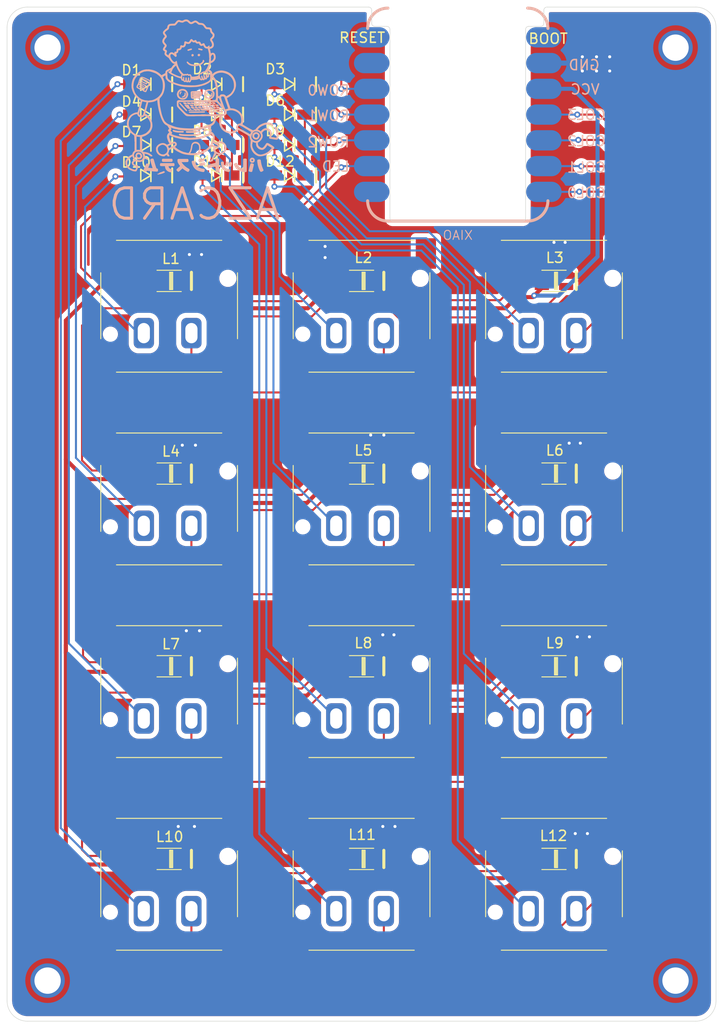
<source format=kicad_pcb>
(kicad_pcb (version 20221018) (generator pcbnew)
  (layers (0 "F.Cu" signal) (31 "B.Cu" signal) (34 "B.Paste" user) (35 "F.Paste" user) (36 "B.SilkS" user "B.Silkscreen") (37 "F.SilkS" user "F.Silkscreen") (38 "B.Mask" user) (39 "F.Mask" user) (44 "Edge.Cuts" user))
  (net 0 "")
  (net 1 "GND")
  (net 2 "VCC")
  (net 3 "RGB_LED")
  (net 4 "ROW0")
  (net 5 "ROW1")
  (net 6 "ROW2")
  (net 7 "COL0")
  (net 8 "COL1")
  (net 9 "COL2")
  (net 10 "COL3")
  (net 11 "IO")
  (footprint "original:Kailh_socket_PG1316S_my" (layer "F.Cu") (at 75.7 70.2)
    (fp_text reference "REF**" hide)
    (fp_text value "PG1316S" hide)
  )
  (footprint "Connector_PinHeader_2.54mm:PinHeader_1x01_P2.54mm_Vertical" (layer "F.Cu") (at 125.7 136.7 -90)
    (fp_text reference "REF**" hide)
    (fp_text value "hole" hide)
  )
  (footprint "original:D_smd" (layer "F.Cu") (at 80.4 48.3 180)
    (fp_text reference "D0" hide)
    (fp_text value "D" hide)
  )
  (footprint "original:Kailh_socket_PG1316S_my" (layer "F.Cu") (at 75.7 127.2)
    (fp_text reference "REF**" hide)
    (fp_text value "PG1316S" hide)
  )
  (footprint "original:WS2812C-2020" (layer "F.Cu") (at 94.7 67.7)
    (fp_text reference "LED" hide)
    (fp_text value "LED" hide)
  )
  (footprint "original:Kailh_socket_PG1316S_my" (layer "F.Cu") (at 113.7 108.2)
    (fp_text reference "REF**" hide)
    (fp_text value "PG1316S" hide)
  )
  (footprint "original:WS2812C-2020" (layer "F.Cu") (at 113.7 124.7)
    (fp_text reference "LED" hide)
    (fp_text value "LED" hide)
  )
  (footprint "original:D_smd" (layer "F.Cu") (at 80.4 54.3 180)
    (fp_text reference "D0" hide)
    (fp_text value "D" hide)
  )
  (footprint "original:Kailh_socket_PG1316S_my" (layer "F.Cu") (at 75.7 108.2)
    (fp_text reference "REF**" hide)
    (fp_text value "PG1316S" hide)
  )
  (footprint "original:D_smd" (layer "F.Cu") (at 80.4 51.3 180)
    (fp_text reference "D0" hide)
    (fp_text value "D" hide)
  )
  (footprint "original:WS2812C-2020" (layer "F.Cu") (at 113.7 105.7)
    (fp_text reference "LED" hide)
    (fp_text value "LED" hide)
  )
  (footprint "original:Kailh_socket_PG1316S_my" (layer "F.Cu") (at 113.7 127.2)
    (fp_text reference "REF**" hide)
    (fp_text value "PG1316S" hide)
  )
  (footprint "original:D_smd" (layer "F.Cu") (at 80.4 57.3 180)
    (fp_text reference "D0" hide)
    (fp_text value "D" hide)
  )
  (footprint "original:D_smd" (layer "F.Cu") (at 73.4 54.3 180)
    (fp_text reference "D0" hide)
    (fp_text value "D" hide)
  )
  (footprint "original:Kailh_socket_PG1316S_my" (layer "F.Cu") (at 94.7 89.2)
    (fp_text reference "REF**" hide)
    (fp_text value "PG1316S" hide)
  )
  (footprint "Connector_PinHeader_2.54mm:PinHeader_1x01_P2.54mm_Vertical" (layer "F.Cu") (at 63.7 44.7 -90)
    (fp_text reference "REF**" hide)
    (fp_text value "hole" hide)
  )
  (footprint "Connector_PinHeader_2.54mm:PinHeader_1x01_P2.54mm_Vertical" (layer "F.Cu") (at 63.7 136.7 -90)
    (fp_text reference "REF**" hide)
    (fp_text value "hole" hide)
  )
  (footprint "original:Kailh_socket_PG1316S_my" (layer "F.Cu") (at 113.7 89.2)
    (fp_text reference "REF**" hide)
    (fp_text value "PG1316S" hide)
  )
  (footprint "original:WS2812C-2020" (layer "F.Cu") (at 75.7 124.7)
    (fp_text reference "LED" hide)
    (fp_text value "LED" hide)
  )
  (footprint "original:Kailh_socket_PG1316S_my" (layer "F.Cu") (at 75.7 89.2)
    (fp_text reference "REF**" hide)
    (fp_text value "PG1316S" hide)
  )
  (footprint "original:WS2812C-2020" (layer "F.Cu") (at 75.7 86.7)
    (fp_text reference "LED" hide)
    (fp_text value "LED" hide)
  )
  (footprint "original:Kailh_socket_PG1316S_my" (layer "F.Cu") (at 113.7 70.2)
    (fp_text reference "REF**" hide)
    (fp_text value "PG1316S" hide)
  )
  (footprint "original:D_smd" (layer "F.Cu") (at 73.4 57.3 180)
    (fp_text reference "D0" hide)
    (fp_text value "D" hide)
  )
  (footprint "original:Kailh_socket_PG1316S_my" (layer "F.Cu") (at 94.7 127.2)
    (fp_text reference "REF**" hide)
    (fp_text value "PG1316S" hide)
  )
  (footprint "Connector_PinHeader_2.54mm:PinHeader_1x01_P2.54mm_Vertical" (layer "F.Cu") (at 125.7 44.7 -90)
    (fp_text reference "REF**" hide)
    (fp_text value "hole" hide)
  )
  (footprint "original:WS2812C-2020" (layer "F.Cu") (at 94.7 105.7)
    (fp_text reference "LED" hide)
    (fp_text value "LED" hide)
  )
  (footprint "original:WS2812C-2020" (layer "F.Cu") (at 113.7 86.7)
    (fp_text reference "LED" hide)
    (fp_text value "LED" hide)
  )
  (footprint "original:WS2812C-2020" (layer "F.Cu") (at 94.7 86.7)
    (fp_text reference "LED" hide)
    (fp_text value "LED" hide)
  )
  (footprint "original:WS2812C-2020" (layer "F.Cu") (at 113.7 67.7)
    (fp_text reference "LED" hide)
    (fp_text value "LED" hide)
  )
  (footprint "original:D_smd" (layer "F.Cu") (at 87.6 54.3 180)
    (fp_text reference "D0" hide)
    (fp_text value "D" hide)
  )
  (footprint "original:Kailh_socket_PG1316S_my" (layer "F.Cu") (at 94.7 108.2)
    (fp_text reference "REF**" hide)
    (fp_text value "PG1316S" hide)
  )
  (footprint "original:D_smd" (layer "F.Cu") (at 87.6 48.3 180)
    (fp_text reference "D0" hide)
    (fp_text value "D" hide)
  )
  (footprint "original:WS2812C-2020" (layer "F.Cu") (at 75.7 105.7)
    (fp_text reference "LED" hide)
    (fp_text value "LED" hide)
  )
  (footprint "original:D_smd" (layer "F.Cu") (at 73.4 48.3 180)
    (fp_text reference "D0" hide)
    (fp_text value "D" hide)
  )
  (footprint "original:WS2812C-2020" (layer "F.Cu") (at 94.7 124.7)
    (fp_text reference "LED" hide)
    (fp_text value "LED" hide)
  )
  (footprint "original:Kailh_socket_PG1316S_my" (layer "F.Cu") (at 94.7 70.2)
    (fp_text reference "REF**" hide)
    (fp_text value "PG1316S" hide)
  )
  (footprint "original:D_smd" (layer "F.Cu") (at 87.6 57.3 180)
    (fp_text reference "D0" hide)
    (fp_text value "D" hide)
  )
  (footprint "original:D_smd" (layer "F.Cu") (at 87.6 51.3 180)
    (fp_text reference "D0" hide)
    (fp_text value "D" hide)
  )
  (footprint "original:D_smd" (layer "F.Cu") (at 73.4 51.3 180)
    (fp_text reference "D0" hide)
    (fp_text value "D" hide)
  )
  (footprint "original:WS2812C-2020" (layer "F.Cu") (at 75.7 67.7)
    (fp_text reference "LED" hide)
    (fp_text value "LED" hide)
  )
  (footprint "aaaa:Seeeduino XIAO-MOUDLE14P-2.54-21X17.8MM" (layer "B.Cu") (at 104.2 51.3 180)
    (fp_text reference "XIAO")
    (fp_text value ">VALUE" hide)
  )
  (footprint "original:palette_system_lobo_18" (layer "B.Cu") (at 78.9 49.6 180)
    (fp_text reference "G***" hide)
    (fp_text value "LOGO" hide)
  )
  (gr_line (start 112.4 42.6) (end 111.2 42.6) (stroke (width 0.05)) (layer "Edge.Cuts"))
  (gr_arc (start 129.7 138.7) (mid 129.114214 140.114214) (end 127.7 140.7) (stroke (width 0.05)) (layer "Edge.Cuts"))
  (gr_line (start 59.7 42.7) (end 59.7 138.7) (stroke (width 0.05)) (layer "Edge.Cuts"))
  (gr_arc (start 61.7 140.7) (mid 60.285786 140.114214) (end 59.7 138.7) (stroke (width 0.05)) (layer "Edge.Cuts"))
  (gr_line (start 112.7 41) (end 112.7 42.3) (stroke (width 0.05)) (layer "Edge.Cuts"))
  (gr_arc (start 110.9 61.5) (mid 110.812132 61.712132) (end 110.6 61.8) (stroke (width 0.05)) (layer "Edge.Cuts"))
  (gr_arc (start 112.7 41) (mid 112.787868 40.787868) (end 113 40.7) (stroke (width 0.05)) (layer "Edge.Cuts"))
  (gr_arc (start 112.7 42.3) (mid 112.612132 42.512132) (end 112.4 42.6) (stroke (width 0.05)) (layer "Edge.Cuts"))
  (gr_arc (start 96 42.6) (mid 95.787868 42.512132) (end 95.7 42.3) (stroke (width 0.05)) (layer "Edge.Cuts"))
  (gr_line (start 61.7 140.7) (end 127.7 140.7) (stroke (width 0.05)) (layer "Edge.Cuts"))
  (gr_arc (start 59.7 42.7) (mid 60.285786 41.285786) (end 61.7 40.7) (stroke (width 0.05)) (layer "Edge.Cuts"))
  (gr_arc (start 97.8 61.8) (mid 97.587868 61.712132) (end 97.5 61.5) (stroke (width 0.05)) (layer "Edge.Cuts"))
  (gr_line (start 113 40.7) (end 127.7 40.7) (stroke (width 0.05)) (layer "Edge.Cuts"))
  (gr_arc (start 110.9 42.9) (mid 110.987868 42.687868) (end 111.2 42.6) (stroke (width 0.05)) (layer "Edge.Cuts"))
  (gr_line (start 129.7 42.7) (end 129.7 138.7) (stroke (width 0.05)) (layer "Edge.Cuts"))
  (gr_line (start 96 42.6) (end 97.2 42.6) (stroke (width 0.05)) (layer "Edge.Cuts"))
  (gr_line (start 97.8 61.8) (end 110.6 61.8) (stroke (width 0.05)) (layer "Edge.Cuts"))
  (gr_line (start 95.7 41) (end 95.7 42.3) (stroke (width 0.05)) (layer "Edge.Cuts"))
  (gr_line (start 61.7 40.7) (end 95.4 40.7) (stroke (width 0.05)) (layer "Edge.Cuts"))
  (gr_arc (start 127.7 40.7) (mid 129.114214 41.285786) (end 129.7 42.7) (stroke (width 0.05)) (layer "Edge.Cuts"))
  (gr_line (start 97.5 42.9) (end 97.5 61.5) (stroke (width 0.05)) (layer "Edge.Cuts"))
  (gr_arc (start 95.4 40.7) (mid 95.612132 40.787868) (end 95.7 41) (stroke (width 0.05)) (layer "Edge.Cuts"))
  (gr_arc (start 97.2 42.6) (mid 97.412132 42.687868) (end 97.5 42.9) (stroke (width 0.05)) (layer "Edge.Cuts"))
  (gr_line (start 110.9 61.5) (end 110.9 42.9) (stroke (width 0.05)) (layer "Edge.Cuts"))
  (gr_text "COL1" (at 118.9 57.1) (layer "B.SilkS") (effects (font (size 1 1)) (justify left bottom mirror)))
  (gr_text "COL0" (at 118.9 59.6) (layer "B.SilkS") (effects (font (size 1 1)) (justify left bottom mirror)))
  (gr_text "AZCARD" (at 86.9 61.9) (layer "B.SilkS") (effects (font (size 3 3) (thickness 0.3)) (justify left bottom mirror)))
  (gr_text "LED" (at 93.6 57) (layer "B.SilkS") (effects (font (size 1 1)) (justify left bottom mirror)))
  (gr_text "VCC" (at 118.3 49.4) (layer "B.SilkS") (effects (font (size 1 1)) (justify left bottom mirror)))
  (gr_text "COL3" (at 118.9 51.9) (layer "B.SilkS") (effects (font (size 1 1)) (justify left bottom mirror)))
  (gr_text "ROW1" (at 93.6 52) (layer "B.SilkS") (effects (font (size 1 1)) (justify left bottom mirror)))
  (gr_text "GND" (at 118.3 47) (layer "B.SilkS") (effects (font (size 1 1)) (justify left bottom mirror)))
  (gr_text "ROW0" (at 93.6 49.5) (layer "B.SilkS") (effects (font (size 1 1)) (justify left bottom mirror)))
  (gr_text "ROW2" (at 93.6 54.6) (layer "B.SilkS") (effects (font (size 1 1)) (justify left bottom mirror)))
  (gr_text "COL2" (at 118.9 54.5) (layer "B.SilkS") (effects (font (size 1 1)) (justify left bottom mirror)))
  (gr_text "D2" (at 77.9 47.4) (layer "F.SilkS") (effects (font (size 1 1)) (justify left bottom)))
  (gr_text "D11" (at 77.9 56.5) (layer "F.SilkS") (effects (font (size 1 1)) (justify left bottom)))
  (gr_text "L5" (at 93.9 85) (layer "F.SilkS") (effects (font (size 1 1)) (justify left bottom)))
  (gr_text "L10" (at 74.3 123.1) (layer "F.SilkS") (effects (font (size 1 1)) (justify left bottom)))
  (gr_text "D7" (at 70.9 53.6) (layer "F.SilkS") (effects (font (size 1 1)) (justify left bottom)))
  (gr_text "D1" (at 70.9 47.5) (layer "F.SilkS") (effects (font (size 1 1)) (justify left bottom)))
  (gr_text "L1" (at 74.9 66.1) (layer "F.SilkS") (effects (font (size 1 1)) (justify left bottom)))
  (gr_text "L8" (at 93.9 104) (layer "F.SilkS") (effects (font (size 1 1)) (justify left bottom)))
  (gr_text "L2" (at 93.9 66) (layer "F.SilkS") (effects (font (size 1 1)) (justify left bottom)))
  (gr_text "D10" (at 70.9 56.6) (layer "F.SilkS") (effects (font (size 1 1)) (justify left bottom)))
  (gr_text "L9" (at 112.8 104) (layer "F.SilkS") (effects (font (size 1 1)) (justify left bottom)))
  (gr_text "L6" (at 112.8 85) (layer "F.SilkS") (effects (font (size 1 1)) (justify left bottom)))
  (gr_text "L11" (at 93.3 122.9) (layer "F.SilkS") (effects (font (size 1 1)) (justify left bottom)))
  (gr_text "BOOT" (at 111.1 44.4) (layer "F.SilkS") (effects (font (size 1 1)) (justify left bottom)))
  (gr_text "L12" (at 112.2 123) (layer "F.SilkS") (effects (font (size 1 1)) (justify left bottom)))
  (gr_text "D6" (at 85.1 50.5) (layer "F.SilkS") (effects (font (size 1 1)) (justify left bottom)))
  (gr_text "D9" (at 85.1 53.5) (layer "F.SilkS") (effects (font (size 1 1)) (justify left bottom)))
  (gr_text "D8" (at 77.9 53.5) (layer "F.SilkS") (effects (font (size 1 1)) (justify left bottom)))
  (gr_text "D4" (at 70.9 50.6) (layer "F.SilkS") (effects (font (size 1 1)) (justify left bottom)))
  (gr_text "L3" (at 112.8 66) (layer "F.SilkS") (effects (font (size 1 1)) (justify left bottom)))
  (gr_text "L7" (at 74.9 104.1) (layer "F.SilkS") (effects (font (size 1 1)) (justify left bottom)))
  (gr_text "RESET" (at 92.4 44.3) (layer "F.SilkS") (effects (font (size 1 1)) (justify left bottom)))
  (gr_text "D5" (at 77.9 50.5) (layer "F.SilkS") (effects (font (size 1 1)) (justify left bottom)))
  (gr_text "L4" (at 74.9 85.1) (layer "F.SilkS") (effects (font (size 1 1)) (justify left bottom)))
  (gr_text "D3" (at 85.1 47.4) (layer "F.SilkS") (effects (font (size 1 1)) (justify left bottom)))
  (gr_text "D12" (at 85.1 56.5) (layer "F.SilkS") (effects (font (size 1 1)) (justify left bottom)))
  (via (at 77 83.9) (size 0.6) (drill 0.3) (layers "F.Cu" "B.Cu") (net 1))
  (via (at 117.2 102.8) (size 0.6) (drill 0.3) (layers "F.Cu" "B.Cu") (net 1))
  (via (at 96.9 82.9) (size 0.6) (drill 0.3) (layers "F.Cu" "B.Cu") (net 1))
  (via (at 119.2 47) (size 0.6) (drill 0.3) (layers "F.Cu" "B.Cu") (net 1))
  (via (at 96.8 121.5) (size 0.6) (drill 0.3) (layers "F.Cu" "B.Cu") (net 1))
  (via (at 117.9 47) (size 0.6) (drill 0.3) (layers "F.Cu" "B.Cu") (net 1))
  (via (at 116.5 45.6) (size 0.6) (drill 0.3) (layers "F.Cu" "B.Cu") (net 1))
  (via (at 78.2 121.5) (size 0.6) (drill 0.3) (layers "F.Cu" "B.Cu") (net 1))
  (via (at 113.7 63.9) (size 0.6) (drill 0.3) (layers "F.Cu" "B.Cu") (net 1))
  (via (at 91.1 64.3) (size 0.6) (drill 0.3) (layers "F.Cu" "B.Cu") (net 1))
  (via (at 96.8 102.6) (size 0.6) (drill 0.3) (layers "F.Cu" "B.Cu") (net 1))
  (via (at 78.9 65.1) (size 0.6) (drill 0.3) (layers "F.Cu" "B.Cu") (net 1))
  (via (at 115.8 122.2) (size 0.6) (drill 0.3) (layers "F.Cu" "B.Cu") (net 1))
  (via (at 77.4 102.2) (size 0.6) (drill 0.3) (layers "F.Cu" "B.Cu") (net 1))
  (via (at 97.9 102.6) (size 0.6) (drill 0.3) (layers "F.Cu" "B.Cu") (net 1))
  (via (at 98 121.5) (size 0.6) (drill 0.3) (layers "F.Cu" "B.Cu") (net 1))
  (via (at 116.3 83.7) (size 0.6) (drill 0.3) (layers "F.Cu" "B.Cu") (net 1))
  (via (at 114.8 63.9) (size 0.6) (drill 0.3) (layers "F.Cu" "B.Cu") (net 1))
  (via (at 91.1 65.4) (size 0.6) (drill 0.3) (layers "F.Cu" "B.Cu") (net 1))
  (via (at 119.2 45.6) (size 0.6) (drill 0.3) (layers "F.Cu" "B.Cu") (net 1))
  (via (at 116.5 47) (size 0.6) (drill 0.3) (layers "F.Cu" "B.Cu") (net 1))
  (via (at 78.3 83.9) (size 0.6) (drill 0.3) (layers "F.Cu" "B.Cu") (net 1))
  (via (at 115.2 83.7) (size 0.6) (drill 0.3) (layers "F.Cu" "B.Cu") (net 1))
  (via (at 95.6 82.9) (size 0.6) (drill 0.3) (layers "F.Cu" "B.Cu") (net 1))
  (via (at 116 102.8) (size 0.6) (drill 0.3) (layers "F.Cu" "B.Cu") (net 1))
  (via (at 117 122.2) (size 0.6) (drill 0.3) (layers "F.Cu" "B.Cu") (net 1))
  (via (at 77.7 65.1) (size 0.6) (drill 0.3) (layers "F.Cu" "B.Cu") (net 1))
  (via (at 78.7 102.2) (size 0.6) (drill 0.3) (layers "F.Cu" "B.Cu") (net 1))
  (via (at 76.6 121.5) (size 0.6) (drill 0.3) (layers "F.Cu" "B.Cu") (net 1))
  (via (at 117.9 45.6) (size 0.6) (drill 0.3) (layers "F.Cu" "B.Cu") (net 1))
  (segment (start 91.65 87.25) (end 93.5 87.25) (width 0.4) (layer "F.Cu") (net 2))
  (segment (start 68.85 68.25) (end 74.5 68.25) (width 0.4) (layer "F.Cu") (net 2))
  (segment (start 93.5 68.25) (end 93.5 68.6) (width 0.4) (layer "F.Cu") (net 2))
  (segment (start 74.5 106.8) (end 75.1 107.4) (width 0.4) (layer "F.Cu") (net 2))
  (segment (start 89.4 127) (end 91.15 125.25) (width 0.4) (layer "F.Cu") (net 2))
  (segment (start 74.5 106.25) (end 67.35 106.25) (width 0.4) (layer "F.Cu") (net 2))
  (segment (start 75.75 69.5) (end 79.8 69.5) (width 0.4) (layer "F.Cu") (net 2))
  (segment (start 79.7 107.4) (end 80.9 108.6) (width 0.4) (layer "F.Cu") (net 2))
  (segment (start 75.1 107.4) (end 79.7 107.4) (width 0.4) (layer "F.Cu") (net 2))
  (segment (start 65.5 123.6) (end 65.5 103.6) (width 0.4) (layer "F.Cu") (net 2))
  (segment (start 74.5 87.25) (end 74.5 87.7) (width 0.4) (layer "F.Cu") (net 2))
  (segment (start 91.15 125.25) (end 93.5 125.25) (width 0.4) (layer "F.Cu") (net 2))
  (segment (start 107.9 109) (end 110.65 106.25) (width 0.4) (layer "F.Cu") (net 2))
  (segment (start 74.5 125.25) (end 67.15 125.25) (width 0.4) (layer "F.Cu") (net 2))
  (segment (start 112.5 68.25) (end 112.5 68.4) (width 0.4) (layer "F.Cu") (net 2))
  (segment (start 91.55 68.25) (end 93.5 68.25) (width 0.4) (layer "F.Cu") (net 2))
  (segment (start 93.5 106.9) (end 94.2 107.6) (width 0.4) (layer "F.Cu") (net 2))
  (segment (start 94.3 88.6) (end 98.1 88.6) (width 0.4) (layer "F.Cu") (net 2))
  (segment (start 65.5 71.6) (end 68.85 68.25) (width 0.4) (layer "F.Cu") (net 2))
  (segment (start 67.15 125.25) (end 65.5 123.6) (width 0.4) (layer "F.Cu") (net 2))
  (segment (start 74.5 68.25) (end 75.75 69.5) (width 0.4) (layer "F.Cu") (net 2))
  (segment (start 79.6 126.5) (end 80.1 127) (width 0.4) (layer "F.Cu") (net 2))
  (segment (start 108.7 126.6) (end 110.05 125.25) (width 0.4) (layer "F.Cu") (net 2))
  (segment (start 93.5 87.8) (end 94.3 88.6) (width 0.4) (layer "F.Cu") (net 2))
  (segment (start 93.5 106.25) (end 93.5 106.9) (width 0.4) (layer "F.Cu") (net 2))
  (segment (start 74.5 87.25) (end 67.45 87.25) (width 0.4) (layer "F.Cu") (net 2))
  (segment (start 93.5 87.25) (end 93.5 87.8) (width 0.4) (layer "F.Cu") (net 2))
  (segment (start 74.5 87.7) (end 75.2 88.4) (width 0.4) (layer "F.Cu") (net 2))
  (segment (start 93.5 125.25) (end 93.5 126) (width 0.4) (layer "F.Cu") (net 2))
  (segment (start 79.8 89.6) (end 89.3 89.6) (width 0.4) (layer "F.Cu") (net 2))
  (segment (start 67.45 87.25) (end 65.5 85.3) (width 0.4) (layer "F.Cu") (net 2))
  (segment (start 89.3 108.6) (end 91.65 106.25) (width 0.4) (layer "F.Cu") (net 2))
  (segment (start 112.5 68.4) (end 111.75 69.15) (width 0.4) (layer "F.Cu") (net 2))
  (segment (start 80.1 127) (end 89.4 127) (width 0.4) (layer "F.Cu") (net 2))
  (segment (start 79.8 69.5) (end 80.7 70.4) (width 0.4) (layer "F.Cu") (net 2))
  (segment (start 74.5 126) (end 75 126.5) (width 0.4) (layer "F.Cu") (net 2))
  (segment (start 74.5 106.25) (end 74.5 106.8) (width 0.4) (layer "F.Cu") (net 2))
  (segment (start 110.65 87.25) (end 112.5 87.25) (width 0.4) (layer "F.Cu") (net 2))
  (segment (start 94.2 107.6) (end 97.9 107.6) (width 0.4) (layer "F.Cu") (net 2))
  (segment (start 98.1 88.6) (end 99.2 89.7) (width 0.4) (layer "F.Cu") (net 2))
  (segment (start 94.1 126.6) (end 108.7 126.6) (width 0.4) (layer "F.Cu") (net 2))
  (segment (start 110 69.3) (end 111.6 69.3) (width 0.4) (layer "F.Cu") (net 2))
  (segment (start 98.5 70.4) (end 108.9 70.4) (width 0.4) (layer "F.Cu") (net 2))
  (segment (start 93.5 68.6) (end 94.2 69.3) (width 0.4) (layer "F.Cu") (net 2))
  (segment (start 89.3 89.6) (end 91.65 87.25) (width 0.4) (layer "F.Cu") (net 2))
  (segment (start 67.35 106.25) (end 65.5 104.4) (width 0.4) (layer "F.Cu") (net 2))
  (segment (start 65.5 104.4) (end 65.5 103.6) (width 0.4) (layer "F.Cu") (net 2))
  (segment (start 89.4 70.4) (end 91.55 68.25) (width 0.4) (layer "F.Cu") (net 2))
  (segment (start 78.6 88.4) (end 79.8 89.6) (width 0.4) (layer "F.Cu") (net 2))
  (segment (start 108.9 70.4) (end 110 69.3) (width 0.4) (layer "F.Cu") (net 2))
  (segment (start 75 126.5) (end 79.6 126.5) (width 0.4) (layer "F.Cu") (net 2))
  (segment (start 110.05 125.25) (end 112.5 125.25) (width 0.4) (layer "F.Cu") (net 2))
  (segment (start 65.5 103.6) (end 65.5 85.3) (width 0.4) (layer "F.Cu") (net 2))
  (segment (start 97.4 69.3) (end 98.5 70.4) (width 0.4) (layer "F.Cu") (net 2))
  (segment (start 108.2 89.7) (end 110.65 87.25) (width 0.4) (layer "F.Cu") (net 2))
  (segment (start 75.2 88.4) (end 78.6 88.4) (width 0.4) (layer "F.Cu") (net 2))
  (segment (start 97.9 107.6) (end 99.3 109) (width 0.4) (layer "F.Cu") (net 2))
  (segment (start 65.5 85.3) (end 65.5 71.6) (width 0.4) (layer "F.Cu") (net 2))
  (segment (start 91.65 106.25) (end 93.5 106.25) (width 0.4) (layer "F.Cu") (net 2))
  (segment (start 99.3 109) (end 107.9 109) (width 0.4) (layer "F.Cu") (net 2))
  (segment (start 80.7 70.4) (end 89.4 70.4) (width 0.4) (layer "F.Cu") (net 2))
  (segment (start 99.2 89.7) (end 108.2 89.7) (width 0.4) (layer "F.Cu") (net 2))
  (segment (start 110.65 106.25) (end 112.5 106.25) (width 0.4) (layer "F.Cu") (net 2))
  (segment (start 93.5 126) (end 94.1 126.6) (width 0.4) (layer "F.Cu") (net 2))
  (segment (start 80.9 108.6) (end 89.3 108.6) (width 0.4) (layer "F.Cu") (net 2))
  (segment (start 94.2 69.3) (end 97.4 69.3) (width 0.4) (layer "F.Cu") (net 2))
  (segment (start 111.75 69.15) (end 111.6 69.3) (width 0.4) (layer "F.Cu") (net 2))
  (segment (start 74.5 125.25) (end 74.5 126) (width 0.4) (layer "F.Cu") (net 2))
  (via (at 111.75 69.15) (size 0.6) (drill 0.3) (layers "F.Cu" "B.Cu") (net 2))
  (segment (start 118 51.2) (end 118 65.3) (width 0.4) (layer "B.Cu") (net 2))
  (segment (start 114.15 69.15) (end 111.75 69.15) (width 0.4) (layer "B.Cu") (net 2))
  (segment (start 115.56 48.76) (end 118 51.2) (width 0.4) (layer "B.Cu") (net 2))
  (segment (start 118 65.3) (end 114.15 69.15) (width 0.4) (layer "B.Cu") (net 2))
  (segment (start 112.7 48.76) (end 115.56 48.76) (width 0.4) (layer "B.Cu") (net 2))
  (segment (start 89.8 109.4) (end 90.8 108.4) (width 0.2) (layer "F.Cu") (net 3))
  (segment (start 81.1 69.7) (end 88.8 69.7) (width 0.2) (layer "F.Cu") (net 3))
  (segment (start 110.6 88.5) (end 114.2 88.5) (width 0.2) (layer "F.Cu") (net 3))
  (segment (start 90.9 70.1) (end 97.1 70.1) (width 0.2) (layer "F.Cu") (net 3))
  (segment (start 67.1 110.6) (end 69.4 108.3) (width 0.2) (layer "F.Cu") (net 3))
  (segment (start 67.1 85.4) (end 67.1 72.1) (width 0.2) (layer "F.Cu") (net 3))
  (segment (start 98.9 109.7) (end 108.6 109.7) (width 0.2) (layer "F.Cu") (net 3))
  (segment (start 95.9 87.25) (end 98.05 87.25) (width 0.2) (layer "F.Cu") (net 3))
  (segment (start 90.85 124.15) (end 93.5 124.15) (width 0.2) (layer "F.Cu") (net 3))
  (segment (start 99.6 88.8) (end 107.8 88.8) (width 0.2) (layer "F.Cu") (net 3))
  (segment (start 73.4 86.15) (end 73.15 86.4) (width 0.2) (layer "F.Cu") (net 3))
  (segment (start 88.8 69.7) (end 91.35 67.15) (width 0.2) (layer "F.Cu") (net 3))
  (segment (start 67.8 105.3) (end 67.2 104.7) (width 0.2) (layer "F.Cu") (net 3))
  (segment (start 99.4 125.9) (end 108 125.9) (width 0.2) (layer "F.Cu") (net 3))
  (segment (start 111.8 70.1) (end 113.05 70.1) (width 0.2) (layer "F.Cu") (net 3))
  (segment (start 108.6 109.7) (end 110.9 107.4) (width 0.2) (layer "F.Cu") (net 3))
  (segment (start 110.45 86.15) (end 112.5 86.15) (width 0.2) (layer "F.Cu") (net 3))
  (segment (start 110.55 105.15) (end 112.5 105.15) (width 0.2) (layer "F.Cu") (net 3))
  (segment (start 90.8 108.4) (end 97.6 108.4) (width 0.2) (layer "F.Cu") (net 3))
  (segment (start 74.5 67.15) (end 73.05 67.15) (width 0.2) (layer "F.Cu") (net 3))
  (segment (start 67.2 91) (end 69 89.2) (width 0.2) (layer "F.Cu") (net 3))
  (segment (start 109.75 124.15) (end 112.5 124.15) (width 0.2) (layer "F.Cu") (net 3))
  (segment (start 67.1 72.1) (end 68.8 70.4) (width 0.2) (layer "F.Cu") (net 3))
  (segment (start 97.1 70.1) (end 98.3 71.3) (width 0.2) (layer "F.Cu") (net 3))
  (segment (start 97.6 108.4) (end 98.9 109.7) (width 0.2) (layer "F.Cu") (net 3))
  (segment (start 89.9 90.3) (end 90.9 89.3) (width 0.2) (layer "F.Cu") (net 3))
  (segment (start 98.3 71.3) (end 109.2 71.3) (width 0.2) (layer "F.Cu") (net 3))
  (segment (start 78.3 89.2) (end 79.4 90.3) (width 0.2) (layer "F.Cu") (net 3))
  (segment (start 80.3 88.8) (end 88.8 88.8) (width 0.2) (layer "F.Cu") (net 3))
  (segment (start 80.6 126.1) (end 88.9 126.1) (width 0.2) (layer "F.Cu") (net 3))
  (segment (start 72.8 67.4) (end 68 67.4) (width 0.2) (layer "F.Cu") (net 3))
  (segment (start 107.8 88.8) (end 110.45 86.15) (width 0.2) (layer "F.Cu") (net 3))
  (segment (start 69.4 108.3) (end 79.4 108.3) (width 0.2) (layer "F.Cu") (net 3))
  (segment (start 90.9 89.3) (end 97.8 89.3) (width 0.2) (layer "F.Cu") (net 3))
  (segment (start 67.7 124.4) (end 67.1 123.8) (width 0.2) (layer "F.Cu") (net 3))
  (segment (start 109.2 71.3) (end 110.4 70.1) (width 0.2) (layer "F.Cu") (net 3))
  (segment (start 68 67.4) (end 67 66.4) (width 0.2) (layer "F.Cu") (net 3))
  (segment (start 88.8 107.9) (end 91.55 105.15) (width 0.2) (layer "F.Cu") (net 3))
  (segment (start 79.4 90.3) (end 89.9 90.3) (width 0.2) (layer "F.Cu") (net 3))
  (segment (start 91.55 105.15) (end 93.5 105.15) (width 0.2) (layer "F.Cu") (net 3))
  (segment (start 74.5 105.15) (end 73.45 105.15) (width 0.2) (layer "F.Cu") (net 3))
  (segment (start 67 66.4) (end 67 62.3) (width 0.2) (layer "F.Cu") (net 3))
  (segment (start 73.15 86.4) (end 68.1 86.4) (width 0.2) (layer "F.Cu") (net 3))
  (segment (start 99.7 108.1) (end 107.6 108.1) (width 0.2) (layer "F.Cu") (net 3))
  (segment (start 97.85 106.25) (end 99.7 108.1) (width 0.2) (layer "F.Cu") (net 3))
  (segment (start 73.65 124.15) (end 73.4 124.4) (width 0.2) (layer "F.Cu") (net 3))
  (segment (start 110.4 70.1) (end 111.8 70.1) (width 0.2) (layer "F.Cu") (net 3))
  (segment (start 107.6 108.1) (end 110.55 105.15) (width 0.2) (layer "F.Cu") (net 3))
  (segment (start 108.4 69.6) (end 110.85 67.15) (width 0.2) (layer "F.Cu") (net 3))
  (segment (start 110.85 67.15) (end 112.5 67.15) (width 0.2) (layer "F.Cu") (net 3))
  (segment (start 69 89.2) (end 78.3 89.2) (width 0.2) (layer "F.Cu") (net 3))
  (segment (start 91.45 86.15) (end 93.5 86.15) (width 0.2) (layer "F.Cu") (net 3))
  (segment (start 67.1 123.8) (end 67.1 110.6) (width 0.2) (layer "F.Cu") (net 3))
  (segment (start 67 62.3) (end 68 61.3) (width 0.2) (layer "F.Cu") (net 3))
  (segment (start 114.4 107.4) (end 114.9 106.9) (width 0.2) (layer "F.Cu") (net 3))
  (segment (start 67.2 104.7) (end 67.2 91) (width 0.2) (layer "F.Cu") (net 3))
  (segment (start 97.8 89.3) (end 98.9 90.4) (width 0.2) (layer "F.Cu") (net 3))
  (segment (start 79.1 70.4) (end 79.9 71.2) (width 0.2) (layer "F.Cu") (net 3))
  (segment (start 88.9 126.1) (end 90.85 124.15) (width 0.2) (layer "F.Cu") (net 3))
  (segment (start 74.5 124.15) (end 73.65 124.15) (width 0.2) (layer "F.Cu") (net 3))
  (segment (start 89.8 71.2) (end 90.9 70.1) (width 0.2) (layer "F.Cu") (net 3))
  (segment (start 68.8 70.4) (end 79.1 70.4) (width 0.2) (layer "F.Cu") (net 3))
  (segment (start 79.65 68.25) (end 81.1 69.7) (width 0.2) (layer "F.Cu") (net 3))
  (segment (start 80.5 109.4) (end 89.8 109.4) (width 0.2) (layer "F.Cu") (net 3))
  (segment (start 87.9 61.3) (end 92.7 56.5) (width 0.2) (layer "F.Cu") (net 3))
  (segment (start 99 69.6) (end 108.4 69.6) (width 0.2) (layer "F.Cu") (net 3))
  (segment (start 95.9 125.25) (end 98.75 125.25) (width 0.2) (layer "F.Cu") (net 3))
  (segment (start 76.9 106.25) (end 79.75 106.25) (width 0.2) (layer "F.Cu") (net 3))
  (segment (start 98.9 90.4) (end 108.7 90.4) (width 0.2) (layer "F.Cu") (net 3))
  (segment (start 97.65 68.25) (end 99 69.6) (width 0.2) (layer "F.Cu") (net 3))
  (segment (start 79.4 108.3) (end 80.5 109.4) (width 0.2) (layer "F.Cu") (net 3))
  (segment (start 113.05 70.1) (end 114.9 68.25) (width 0.2) (layer "F.Cu") (net 3))
  (segment (start 73.4 124.4) (end 67.7 124.4) (width 0.2) (layer "F.Cu") (net 3))
  (segment (start 81.4 107.9) (end 88.8 107.9) (width 0.2) (layer "F.Cu") (net 3))
  (segment (start 95.9 106.25) (end 97.85 106.25) (width 0.2) (layer "F.Cu") (net 3))
  (segment (start 108.7 90.4) (end 110.6 88.5) (width 0.2) (layer "F.Cu") (net 3))
  (segment (start 68.1 86.4) (end 67.1 85.4) (width 0.2) (layer "F.Cu") (net 3))
  (segment (start 76.9 68.25) (end 79.65 68.25) (width 0.2) (layer "F.Cu") (net 3))
  (segment (start 76.9 125.25) (end 79.75 125.25) (width 0.2) (layer "F.Cu") (net 3))
  (segment (start 108 125.9) (end 109.75 124.15) (width 0.2) (layer "F.Cu") (net 3))
  (segment (start 73.05 67.15) (end 72.8 67.4) (width 0.2) (layer "F.Cu") (net 3))
  (segment (start 114.9 106.9) (end 114.9 106.25) (width 0.2) (layer "F.Cu") (net 3))
  (segment (start 98.05 87.25) (end 99.6 88.8) (width 0.2) (layer "F.Cu") (net 3))
  (segment (start 95.9 68.25) (end 97.65 68.25) (width 0.2) (layer "F.Cu") (net 3))
  (segment (start 74.5 86.15) (end 73.4 86.15) (width 0.2) (layer "F.Cu") (net 3))
  (segment (start 76.9 87.25) (end 78.75 87.25) (width 0.2) (layer "F.Cu") (net 3))
  (segment (start 79.9 71.2) (end 89.8 71.2) (width 0.2) (layer "F.Cu") (net 3))
  (segment (start 98.75 125.25) (end 99.4 125.9) (width 0.2) (layer "F.Cu") (net 3))
  (segment (start 78.75 87.25) (end 80.3 88.8) (width 0.2) (layer "F.Cu") (net 3))
  (segment (start 73.3 105.3) (end 67.8 105.3) (width 0.2) (layer "F.Cu") (net 3))
  (segment (start 73.45 105.15) (end 73.3 105.3) (width 0.2) (layer "F.Cu") (net 3))
  (segment (start 114.9 87.8) (end 114.9 87.25) (width 0.2) (layer "F.Cu") (net 3))
  (segment (start 79.75 125.25) (end 80.6 126.1) (width 0.2) (layer "F.Cu") (net 3))
  (segment (start 114.2 88.5) (end 114.9 87.8) (width 0.2) (layer "F.Cu") (net 3))
  (segment (start 79.75 106.25) (end 81.4 107.9) (width 0.2) (layer "F.Cu") (net 3))
  (segment (start 88.8 88.8) (end 91.45 86.15) (width 0.2) (layer "F.Cu") (net 3))
  (segment (start 91.35 67.15) (end 93.5 67.15) (width 0.2) (layer "F.Cu") (net 3))
  (segment (start 110.9 107.4) (end 114.4 107.4) (width 0.2) (layer "F.Cu") (net 3))
  (segment (start 68 61.3) (end 87.9 61.3) (width 0.2) (layer "F.Cu") (net 3))
  (via (at 92.7 56.5) (size 0.6) (drill 0.3) (layers "F.Cu" "B.Cu") (net 3))
  (segment (start 92.82 56.38) (end 92.7 56.5) (width 0.2) (layer "B.Cu") (net 3))
  (segment (start 95.7 56.38) (end 92.82 56.38) (width 0.2) (layer "B.Cu") (net 3))
  (segment (start 76.7 45.1) (end 74.9 46.9) (width 0.2) (layer "F.Cu") (net 4))
  (segment (start 71.8 54.4) (end 71.9 54.3) (width 0.2) (layer "F.Cu") (net 4))
  (segment (start 74.9 49.5) (end 74.9 48.3) (width 0.2) (layer "F.Cu") (net 4))
  (segment (start 70.6 48.3) (end 71.9 48.3) (width 0.2) (layer "F.Cu") (net 4))
  (segment (start 92.7 48.76) (end 92.7 46.5) (width 0.2) (layer "F.Cu") (net 4))
  (segment (start 92.7 46.5) (end 91.3 45.1) (width 0.2) (layer "F.Cu") (net 4))
  (segment (start 70.4 57.4) (end 71.8 57.4) (width 0.2) (layer "F.Cu") (net 4))
  (segment (start 70.4 54.4) (end 71.8 54.4) (width 0.2) (layer "F.Cu") (net 4))
  (segment (start 74.9 46.9) (end 74.9 48.3) (width 0.2) (layer "F.Cu") (net 4))
  (segment (start 74.9 57.3) (end 74.9 49.5) (width 0.2) (layer "F.Cu") (net 4))
  (segment (start 91.3 45.1) (end 76.7 45.1) (width 0.2) (layer "F.Cu") (net 4))
  (segment (start 70.8 51.3) (end 71.9 51.3) (width 0.2) (layer "F.Cu") (net 4))
  (segment (start 71.8 57.4) (end 71.9 57.3) (width 0.2) (layer "F.Cu") (net 4))
  (via (at 70.6 48.3) (size 0.6) (drill 0.3) (layers "F.Cu" "B.Cu") (net 4))
  (via (at 92.7 48.76) (size 0.6) (drill 0.3) (layers "F.Cu" "B.Cu") (net 4))
  (via (at 70.8 51.3) (size 0.6) (drill 0.3) (layers "F.Cu" "B.Cu") (net 4))
  (via (at 70.4 54.4) (size 0.6) (drill 0.3) (layers "F.Cu" "B.Cu") (net 4))
  (via (at 70.4 57.4) (size 0.6) (drill 0.3) (layers "F.Cu" "B.Cu") (net 4))
  (segment (start 67.4 62.9) (end 67.4 60.4) (width 0.2) (layer "B.Cu") (net 4))
  (segment (start 66.5 62.4) (end 66.5 58.3) (width 0.2) (layer "B.Cu") (net 4))
  (segment (start 65 56.6) (end 65 121.65) (width 0.2) (layer "B.Cu") (net 4))
  (segment (start 72.65 72.85) (end 67.4 67.6) (width 0.2) (layer "B.Cu") (net 4))
  (segment (start 65 53.9) (end 70.6 48.3) (width 0.2) (layer "B.Cu") (net 4))
  (segment (start 67.4 67.6) (end 67.4 62.9) (width 0.2) (layer "B.Cu") (net 4))
  (segment (start 65 121.65) (end 73.2 129.85) (width 0.2) (layer "B.Cu") (net 4))
  (segment (start 67.4 60.4) (end 70.4 57.4) (width 0.2) (layer "B.Cu") (net 4))
  (segment (start 65.8 56.3) (end 65.8 103.45) (width 0.2) (layer "B.Cu") (net 4))
  (segment (start 95.7 48.76) (end 92.7 48.76) (width 0.2) (layer "B.Cu") (net 4))
  (segment (start 65.8 56.3) (end 70.8 51.3) (width 0.2) (layer "B.Cu") (net 4))
  (segment (start 66.5 85.15) (end 66.5 62.4) (width 0.2) (layer "B.Cu") (net 4))
  (segment (start 66.5 58.3) (end 70.4 54.4) (width 0.2) (layer "B.Cu") (net 4))
  (segment (start 73.2 91.85) (end 66.5 85.15) (width 0.2) (layer "B.Cu") (net 4))
  (segment (start 65 56.6) (end 65 53.9) (width 0.2) (layer "B.Cu") (net 4))
  (segment (start 73.2 72.85) (end 72.65 72.85) (width 0.2) (layer "B.Cu") (net 4))
  (segment (start 65.8 103.45) (end 73.2 110.85) (width 0.2) (layer "B.Cu") (net 4))
  (segment (start 90.8 46.1) (end 83.4 46.1) (width 0.2) (layer "F.Cu") (net 5))
  (segment (start 78.9 49.6) (end 78.9 48.3) (width 0.2) (layer "F.Cu") (net 5))
  (segment (start 91.7 50.2) (end 91.7 47) (width 0.2) (layer "F.Cu") (net 5))
  (segment (start 81.9 50.4) (end 81.9 49.6) (width 0.2) (layer "F.Cu") (net 5))
  (segment (start 92.7 51.2) (end 91.7 50.2) (width 0.2) (layer "F.Cu") (net 5))
  (segment (start 83.4 46.1) (end 81.9 47.6) (width 0.2) (layer "F.Cu") (net 5))
  (segment (start 79 58.5) (end 79 57.4) (width 0.2) (layer "F.Cu") (net 5))
  (segment (start 81.9 57.3) (end 81.9 50.4) (width 0.2) (layer "F.Cu") (net 5))
  (segment (start 91.7 47) (end 90.8 46.1) (width 0.2) (layer "F.Cu") (net 5))
  (segment (start 78.9 52.9) (end 78.9 51.3) (width 0.2) (layer "F.Cu") (net 5))
  (segment (start 79 57.4) (end 78.9 57.3) (width 0.2) (layer "F.Cu") (net 5))
  (segment (start 79 55.5) (end 79 54.4) (width 0.2) (layer "F.Cu") (net 5))
  (segment (start 81.9 49.6) (end 81.9 48.3) (width 0.2) (layer "F.Cu") (net 5))
  (segment (start 92.7 51.3) (end 92.7 51.2) (width 0.2) (layer "F.Cu") (net 5))
  (segment (start 81.9 47.6) (end 81.9 48.3) (width 0.2) (layer "F.Cu") (net 5))
  (segment (start 79 54.4) (end 78.9 54.3) (width 0.2) (layer "F.Cu") (net 5))
  (via (at 78.9 52.9) (size 0.6) (drill 0.3) (layers "F.Cu" "B.Cu") (net 5))
  (via (at 78.9 49.6) (size 0.6) (drill 0.3) (layers "F.Cu" "B.Cu") (net 5))
  (via (at 92.7 51.3) (size 0.6) (drill 0.3) (layers "F.Cu" "B.Cu") (net 5))
  (via (at 79 58.5) (size 0.6) (drill 0.3) (layers "F.Cu" "B.Cu") (net 5))
  (via (at 79 55.5) (size 0.6) (drill 0.3) (layers "F.Cu" "B.Cu") (net 5))
  (segment (start 81.7 55.7) (end 78.9 52.9) (width 0.2) (layer "B.Cu") (net 5))
  (segment (start 80.8 58.8) (end 80.8 57.5) (width 0.2) (layer "B.Cu") (net 5))
  (segment (start 81.7 58.5) (end 81.7 56.9) (width 0.2) (layer "B.Cu") (net 5))
  (segment (start 82.9 56) (end 82.9 53.6) (width 0.2) (layer "B.Cu") (net 5))
  (segment (start 84.6 64.1) (end 84.6 122.25) (width 0.2) (layer "B.Cu") (net 5))
  (segment (start 95.7 51.3) (end 92.7 51.3) (width 0.2) (layer "B.Cu") (net 5))
  (segment (start 85.3 64.8) (end 85.3 63.3) (width 0.2) (layer "B.Cu") (net 5))
  (segment (start 92.2 110.85) (end 85.3 103.95) (width 0.2) (layer "B.Cu") (net 5))
  (segment (start 86.6 62) (end 86.1 61.5) (width 0.2) (layer "B.Cu") (net 5))
  (segment (start 92.2 72.85) (end 86.6 67.25) (width 0.2) (layer "B.Cu") (net 5))
  (segment (start 85.3 63.3) (end 84.1 62.1) (width 0.2) (layer "B.Cu") (net 5))
  (segment (start 86 85.65) (end 86 64.9) (width 0.2) (layer "B.Cu") (net 5))
  (segment (start 84.1 62.1) (end 80.8 58.8) (width 0.2) (layer "B.Cu") (net 5))
  (segment (start 92.2 91.85) (end 86 85.65) (width 0.2) (layer "B.Cu") (net 5))
  (segment (start 86.6 63.2) (end 86.6 62) (width 0.2) (layer "B.Cu") (net 5))
  (segment (start 85.3 62.1) (end 81.7 58.5) (width 0.2) (layer "B.Cu") (net 5))
  (segment (start 85.3 103.95) (end 85.3 64.8) (width 0.2) (layer "B.Cu") (net 5))
  (segment (start 80.8 57.3) (end 79 55.5) (width 0.2) (layer "B.Cu") (net 5))
  (segment (start 80.8 57.5) (end 80.8 57.3) (width 0.2) (layer "B.Cu") (net 5))
  (segment (start 79 58.5) (end 84.6 64.1) (width 0.2) (layer "B.Cu") (net 5))
  (segment (start 86.6 67.25) (end 86.6 63.2) (width 0.2) (layer "B.Cu") (net 5))
  (segment (start 86.1 61.5) (end 82.9 58.3) (width 0.2) (layer "B.Cu") (net 5))
  (segment (start 84.6 122.25) (end 92.2 129.85) (width 0.2) (layer "B.Cu") (net 5))
  (segment (start 82.9 58.3) (end 82.9 56) (width 0.2) (layer "B.Cu") (net 5))
  (segment (start 82.9 53.6) (end 78.9 49.6) (width 0.2) (layer "B.Cu") (net 5))
  (segment (start 86 62.8) (end 85.3 62.1) (width 0.2) (layer "B.Cu") (net 5))
  (segment (start 86 64.9) (end 86 63.1) (width 0.2) (layer "B.Cu") (net 5))
  (segment (start 81.7 56.9) (end 81.7 55.7) (width 0.2) (layer "B.Cu") (net 5))
  (segment (start 86 64.9) (end 86 62.8) (width 0.2) (layer "B.Cu") (net 5))
  (segment (start 89.1 48.3) (end 89.1 57.3) (width 0.2) (layer "F.Cu") (net 6))
  (segment (start 89.1 54.3) (end 92.04 54.3) (width 0.2) (layer "F.Cu") (net 6))
  (segment (start 86.1 57.3) (end 86.1 58.4) (width 0.2) (layer "F.Cu") (net 6))
  (segment (start 86.1 54.3) (end 86.1 55.5) (width 0.2) (layer "F.Cu") (net 6))
  (segment (start 92.04 54.3) (end 92.5 53.84) (width 0.2) (layer "F.Cu") (net 6))
  (segment (start 86.1 51.3) (end 86.1 52.4) (width 0.2) (layer "F.Cu") (net 6))
  (segment (start 86.1 48.3) (end 86.1 49.3) (width 0.2) (layer "F.Cu") (net 6))
  (via (at 86.1 55.5) (size 0.6) (drill 0.3) (layers "F.Cu" "B.Cu") (net 6))
  (via (at 92.5 53.84) (size 0.6) (drill 0.3) (layers "F.Cu" "B.Cu") (net 6))
  (via (at 86.1 49.3) (size 0.6) (drill 0.3) (layers "F.Cu" "B.Cu") (net 6))
  (via (at 86.1 52.4) (size 0.6) (drill 0.3) (layers "F.Cu" "B.Cu") (net 6))
  (via (at 86.1 58.4) (size 0.6) (drill 0.3) (layers "F.Cu" "B.Cu") (net 6))
  (segment (start 95.2 63.5) (end 90.6 58.9) (width 0.2) (layer "B.Cu") (net 6))
  (segment (start 95.5 62.8) (end 91.2 58.5) (width 0.2) (layer "B.Cu") (net 6))
  (segment (start 94.4 64.7) (end 100.6 64.7) (width 0.2) (layer "B.Cu") (net 6))
  (segment (start 105.4 86.05) (end 105.4 67.8) (width 0.2) (layer "B.Cu") (net 6))
  (segment (start 94.7 64.1) (end 100.8 64.1) (width 0.2) (layer "B.Cu") (net 6))
  (segment (start 111.2 91.85) (end 105.4 86.05) (width 0.2) (layer "B.Cu") (net 6))
  (segment (start 90.6 58.9) (end 90.6 56.9) (width 0.2) (layer "B.Cu") (net 6))
  (segment (start 95.7 53.84) (end 92.5 53.84) (width 0.2) (layer "B.Cu") (net 6))
  (segment (start 100.8 64.1) (end 104.8 68.1) (width 0.2) (layer "B.Cu") (net 6))
  (segment (start 104.2 68.3) (end 104.2 122.85) (width 0.2) (layer "B.Cu") (net 6))
  (segment (start 86.6 49.3) (end 86.1 49.3) (width 0.2) (layer "B.Cu") (net 6))
  (segment (start 100.6 64.7) (end 104.2 68.3) (width 0.2) (layer "B.Cu") (net 6))
  (segment (start 111.2 72.7) (end 101.3 62.8) (width 0.2) (layer "B.Cu") (net 6))
  (segment (start 86.1 55.5) (end 94.7 64.1) (width 0.2) (layer "B.Cu") (net 6))
  (segment (start 101.1 63.5) (end 95.2 63.5) (width 0.2) (layer "B.Cu") (net 6))
  (segment (start 91.2 58.5) (end 91.2 53.9) (width 0.2) (layer "B.Cu") (net 6))
  (segment (start 104.8 104.45) (end 111.2 110.85) (width 0.2) (layer "B.Cu") (net 6))
  (segment (start 86.1 58.4) (end 88.1 58.4) (width 0.2) (layer "B.Cu") (net 6))
  (segment (start 111.2 72.85) (end 111.2 72.7) (width 0.2) (layer "B.Cu") (net 6))
  (segment (start 101.3 62.8) (end 95.5 62.8) (width 0.2) (layer "B.Cu") (net 6))
  (segment (start 88.1 58.4) (end 94.4 64.7) (width 0.2) (layer "B.Cu") (net 6))
  (segment (start 104.8 68.1) (end 104.8 104.45) (width 0.2) (layer "B.Cu") (net 6))
  (segment (start 91.2 53.9) (end 86.6 49.3) (width 0.2) (layer "B.Cu") (net 6))
  (segment (start 104.2 122.85) (end 111.2 129.85) (width 0.2) (layer "B.Cu") (net 6))
  (segment (start 105.4 67.8) (end 101.1 63.5) (width 0.2) (layer "B.Cu") (net 6))
  (segment (start 90.6 56.9) (end 86.1 52.4) (width 0.2) (layer "B.Cu") (net 6))
  (segment (start 122.2 67.2) (end 122.2 63.3) (width 0.2) (layer "F.Cu") (net 7))
  (segment (start 111.2 78.7) (end 115.9 74) (width 0.2) (layer "F.Cu") (net 7))
  (segment (start 98.5 78.7) (end 111.2 78.7) (width 0.2) (layer "F.Cu") (net 7))
  (segment (start 77.9 72.85) (end 77.9 76.3) (width 0.2) (layer "F.Cu") (net 7))
  (segment (start 77.9 76.3) (end 80.3 78.7) (width 0.2) (layer "F.Cu") (net 7))
  (segment (start 96.9 77.1) (end 98.5 78.7) (width 0.2) (layer "F.Cu") (net 7))
  (segment (start 115.9 72.85) (end 116.55 72.85) (width 0.2) (layer "F.Cu") (net 7))
  (segment (start 115.9 74) (end 115.9 72.85) (width 0.2) (layer "F.Cu") (net 7))
  (segment (start 116.55 72.85) (end 122.2 67.2) (width 0.2) (layer "F.Cu") (net 7))
  (segment (start 96.9 72.85) (end 96.9 77.1) (width 0.2) (layer "F.Cu") (net 7))
  (segment (start 122.2 61.4) (end 120.2 59.4) (width 0.2) (layer "F.Cu") (net 7))
  (segment (start 120.2 59.4) (end 119.7 58.9) (width 0.2) (layer "F.Cu") (net 7))
  (segment (start 122.2 63.3) (end 122.2 61.4) (width 0.2) (layer "F.Cu") (net 7))
  (segment (start 80.3 78.7) (end 98.5 78.7) (width 0.2) (layer "F.Cu") (net 7))
  (segment (start 119.7 58.9) (end 116.2 58.9) (width 0.2) (layer "F.Cu") (net 7))
  (via (at 116.2 58.9) (size 0.6) (drill 0.3) (layers "F.Cu" "B.Cu") (net 7))
  (segment (start 116.18 58.92) (end 112.7 58.92) (width 0.2) (layer "B.Cu") (net 7))
  (segment (start 116.2 58.9) (end 116.18 58.92) (width 0.2) (layer "B.Cu") (net 7))
  (segment (start 96.9 96.8) (end 98.7 98.6) (width 0.2) (layer "F.Cu") (net 8))
  (segment (start 115.9 93.2) (end 115.9 91.85) (width 0.2) (layer "F.Cu") (net 8))
  (segment (start 116.4 56.4) (end 116.2 56.4) (width 0.2) (layer "F.Cu") (net 8))
  (segment (start 80.5 98.6) (end 98.7 98.6) (width 0.2) (layer "F.Cu") (net 8))
  (segment (start 122.8 85.5) (end 122.8 65) (width 0.2) (layer "F.Cu") (net 8))
  (segment (start 98.7 98.6) (end 109.3 98.6) (width 0.2) (layer "F.Cu") (net 8))
  (segment (start 122.8 60.2) (end 120.3 57.7) (width 0.2) (layer "F.Cu") (net 8))
  (segment (start 120.3 57.7) (end 119 56.4) (width 0.2) (layer "F.Cu") (net 8))
  (segment (start 77.9 91.85) (end 77.9 96) (width 0.2) (layer "F.Cu") (net 8))
  (segment (start 119 56.4) (end 116.4 56.4) (width 0.2) (layer "F.Cu") (net 8))
  (segment (start 77.9 96) (end 80.5 98.6) (width 0.2) (layer "F.Cu") (net 8))
  (segment (start 96.9 91.85) (end 96.9 96.8) (width 0.2) (layer "F.Cu") (net 8))
  (segment (start 109.3 98.6) (end 110.5 98.6) (width 0.2) (layer "F.Cu") (net 8))
  (segment (start 122.8 65) (end 122.8 60.2) (width 0.2) (layer "F.Cu") (net 8))
  (segment (start 110.5 98.6) (end 115.9 93.2) (width 0.2) (layer "F.Cu") (net 8))
  (segment (start 116.45 91.85) (end 122.8 85.5) (width 0.2) (layer "F.Cu") (net 8))
  (segment (start 115.9 91.85) (end 116.45 91.85) (width 0.2) (layer "F.Cu") (net 8))
  (via (at 116.4 56.4) (size 0.6) (drill 0.3) (layers "F.Cu" "B.Cu") (net 8))
  (segment (start 116.4 56.4) (end 116.38 56.38) (width 0.2) (layer "B.Cu") (net 8))
  (segment (start 116.38 56.38) (end 112.7 56.38) (width 0.2) (layer "B.Cu") (net 8))
  (segment (start 119.5 54.9) (end 118.4 53.8) (width 0.2) (layer "F.Cu") (net 9))
  (segment (start 98.7 117.1) (end 109.5 117.1) (width 0.2) (layer "F.Cu") (net 9))
  (segment (start 123.6 103.8) (end 123.6 101.7) (width 0.2) (layer "F.Cu") (net 9))
  (segment (start 123.6 65.9) (end 123.6 59) (width 0.2) (layer "F.Cu") (net 9))
  (segment (start 79.8 116.8) (end 80.1 117.1) (width 0.2) (layer "F.Cu") (net 9))
  (segment (start 115.9 112) (end 115.9 110.85) (width 0.2) (layer "F.Cu") (net 9))
  (segment (start 115.9 110.85) (end 116.55 110.85) (width 0.2) (layer "F.Cu") (net 9))
  (segment (start 96.9 110.85) (end 96.9 115.3) (width 0.2) (layer "F.Cu") (net 9))
  (segment (start 123.6 101.7) (end 123.6 65.9) (width 0.2) (layer "F.Cu") (net 9))
  (segment (start 85.8 117.1) (end 98.7 117.1) (width 0.2) (layer "F.Cu") (net 9))
  (segment (start 109.5 117.1) (end 110.8 117.1) (width 0.2) (layer "F.Cu") (net 9))
  (segment (start 77.9 114.9) (end 79.8 116.8) (width 0.2) (layer "F.Cu") (net 9))
  (segment (start 110.8 117.1) (end 115.9 112) (width 0.2) (layer "F.Cu") (net 9))
  (segment (start 123.6 59) (end 119.5 54.9) (width 0.2) (layer "F.Cu") (net 9))
  (segment (start 96.9 115.3) (end 98.7 117.1) (width 0.2) (layer "F.Cu") (net 9))
  (segment (start 77.9 110.85) (end 77.9 114.9) (width 0.2) (layer "F.Cu") (net 9))
  (segment (start 118.4 53.8) (end 116.1 53.8) (width 0.2) (layer "F.Cu") (net 9))
  (segment (start 80.1 117.1) (end 85.8 117.1) (width 0.2) (layer "F.Cu") (net 9))
  (segment (start 116.55 110.85) (end 123.6 103.8) (width 0.2) (layer "F.Cu") (net 9))
  (via (at 116.1 53.8) (size 0.6) (drill 0.3) (layers "F.Cu" "B.Cu") (net 9))
  (segment (start 116.1 53.8) (end 116.06 53.84) (width 0.2) (layer "B.Cu") (net 9))
  (segment (start 116.06 53.84) (end 112.7 53.84) (width 0.2) (layer "B.Cu") (net 9))
  (segment (start 77.9 133.6) (end 80.4 136.1) (width 0.2) (layer "F.Cu") (net 10))
  (segment (start 77.9 129.85) (end 77.9 133.6) (width 0.2) (layer "F.Cu") (net 10))
  (segment (start 116 51.3) (end 118.2 51.3) (width 0.2) (layer "F.Cu") (net 10))
  (segment (start 99.1 136.1) (end 109.65 136.1) (width 0.2) (layer "F.Cu") (net 10))
  (segment (start 116.75 129.85) (end 115.9 129.85) (width 0.2) (layer "F.Cu") (net 10))
  (segment (start 124.4 57.5) (end 124.4 122.2) (width 0.2) (layer "F.Cu") (net 10))
  (segment (start 96.9 129.85) (end 96.9 133.9) (width 0.2) (layer "F.Cu") (net 10))
  (segment (start 118.2 51.3) (end 124.4 57.5) (width 0.2) (layer "F.Cu") (net 10))
  (segment (start 96.9 133.9) (end 99.1 136.1) (width 0.2) (layer "F.Cu") (net 10))
  (segment (start 109.65 136.1) (end 115.9 129.85) (width 0.2) (layer "F.Cu") (net 10))
  (segment (start 80.4 136.1) (end 99.1 136.1) (width 0.2) (layer "F.Cu") (net 10))
  (segment (start 124.4 122.2) (end 116.75 129.85) (width 0.2) (layer "F.Cu") (net 10))
  (via (at 116 51.3) (size 0.6) (drill 0.3) (layers "F.Cu" "B.Cu") (net 10))
  (segment (start 116 51.3) (end 112.7 51.3) (width 0.2) (layer "B.Cu") (net 10))
  (zone (net 1) (net_name "GND") (layer "F.Cu") (connect_pads (clearance 0.5)) (min_thickness 0.25) (fill yes (thermal_gap 0.5) (thermal_bridge_width 0.5))
    (polygon (pts (xy 59 40) (xy 130 40) (xy 130 141) (xy 59 141)))
  )
  (zone (net 1) (net_name "GND") (layer "B.Cu") (connect_pads (clearance 0.5)) (min_thickness 0.25) (fill yes (thermal_gap 0.5) (thermal_bridge_width 0.5))
    (polygon (pts (xy 59 40) (xy 130 40) (xy 130 141) (xy 59 141)))
  )
)
</source>
